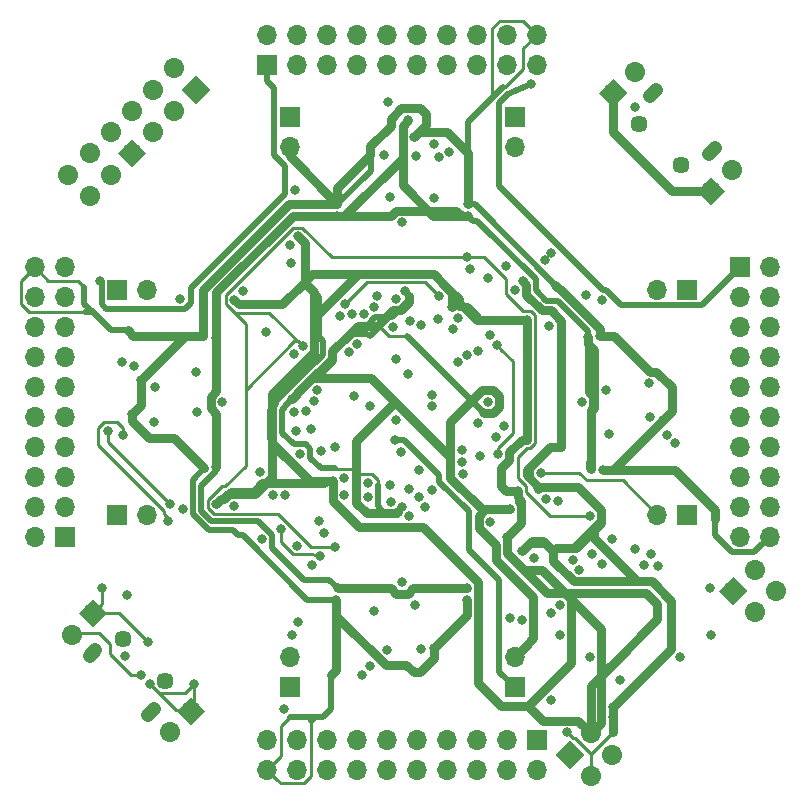
<source format=gbr>
G04 #@! TF.GenerationSoftware,KiCad,Pcbnew,5.0.2-bee76a0~70~ubuntu16.04.1*
G04 #@! TF.CreationDate,2019-08-03T19:39:48+03:00*
G04 #@! TF.ProjectId,FreeEEG32-alpha1.5,46726565-4545-4473-9332-2d616c706861,rev?*
G04 #@! TF.SameCoordinates,Original*
G04 #@! TF.FileFunction,Copper,L2,Inr*
G04 #@! TF.FilePolarity,Positive*
%FSLAX46Y46*%
G04 Gerber Fmt 4.6, Leading zero omitted, Abs format (unit mm)*
G04 Created by KiCad (PCBNEW 5.0.2-bee76a0~70~ubuntu16.04.1) date Сб 03 авг 2019 19:39:48*
%MOMM*%
%LPD*%
G01*
G04 APERTURE LIST*
G04 #@! TA.AperFunction,ViaPad*
%ADD10C,1.700000*%
G04 #@! TD*
G04 #@! TA.AperFunction,Conductor*
%ADD11C,1.700000*%
G04 #@! TD*
G04 #@! TA.AperFunction,Conductor*
%ADD12C,0.100000*%
G04 #@! TD*
G04 #@! TA.AperFunction,ViaPad*
%ADD13C,1.200000*%
G04 #@! TD*
G04 #@! TA.AperFunction,Conductor*
%ADD14C,1.200000*%
G04 #@! TD*
G04 #@! TA.AperFunction,ViaPad*
%ADD15C,1.450000*%
G04 #@! TD*
G04 #@! TA.AperFunction,ViaPad*
%ADD16R,1.700000X1.700000*%
G04 #@! TD*
G04 #@! TA.AperFunction,ViaPad*
%ADD17O,1.700000X1.700000*%
G04 #@! TD*
G04 #@! TA.AperFunction,ViaPad*
%ADD18C,0.800000*%
G04 #@! TD*
G04 #@! TA.AperFunction,Conductor*
%ADD19C,0.250000*%
G04 #@! TD*
G04 #@! TA.AperFunction,Conductor*
%ADD20C,0.500000*%
G04 #@! TD*
G04 #@! TA.AperFunction,Conductor*
%ADD21C,0.750000*%
G04 #@! TD*
G04 APERTURE END LIST*
D10*
G04 #@! TO.N,ISO_SPI_2_GND1*
G04 #@! TO.C,J57*
X121751846Y-80732102D03*
D11*
X121751846Y-80732102D02*
X121751846Y-80732102D01*
D10*
G04 #@! TO.N,ISO_SPI_1_VCC1*
X123547898Y-82528153D03*
D11*
X123547898Y-82528153D02*
X123547898Y-82528153D01*
D10*
G04 #@! TO.N,ISO_SPI_4_INB*
X123547898Y-78936051D03*
D11*
X123547898Y-78936051D02*
X123547898Y-78936051D01*
D10*
G04 #@! TO.N,ISO_SPI_3_INA*
X125343949Y-80732102D03*
D11*
X125343949Y-80732102D02*
X125343949Y-80732102D01*
D10*
G04 #@! TO.N,ISO_SPI_6_OUTD*
X125343949Y-77140000D03*
D11*
X125343949Y-77140000D02*
X125343949Y-77140000D01*
D10*
G04 #@! TO.N,ISO_SPI_5_INC*
X127140000Y-78936051D03*
D12*
G36*
X125937918Y-78936051D02*
X127140000Y-77733969D01*
X128342082Y-78936051D01*
X127140000Y-80138133D01*
X125937918Y-78936051D01*
X125937918Y-78936051D01*
G37*
G04 #@! TD*
D10*
G04 #@! TO.N,MCU_25_NRST*
G04 #@! TO.C,J82*
X181641051Y-115983949D03*
D11*
X181641051Y-115983949D02*
X181641051Y-115983949D01*
D10*
G04 #@! TO.N,MCU_48_PB2_BOOT1*
X179845000Y-114187898D03*
D11*
X179845000Y-114187898D02*
X179845000Y-114187898D01*
D10*
G04 #@! TO.N,MCU_105_PA13_SYS_JTMS-SWDIO*
X179845000Y-117780000D03*
D11*
X179845000Y-117780000D02*
X179845000Y-117780000D01*
D10*
G04 #@! TO.N,MCU_109_PA14_SYS_JTCK-SWCLK*
X178048949Y-115983949D03*
D12*
G36*
X179251031Y-115983949D02*
X178048949Y-117186031D01*
X176846867Y-115983949D01*
X178048949Y-114781867D01*
X179251031Y-115983949D01*
X179251031Y-115983949D01*
G37*
G04 #@! TD*
D10*
G04 #@! TO.N,ISO_USB_2_GND1*
G04 #@! TO.C,J63*
X130315000Y-127940000D03*
D11*
X130315000Y-127940000D02*
X130315000Y-127940000D01*
D10*
G04 #@! TO.N,ISO_USB_1_VBUS1*
X132111051Y-126143949D03*
D12*
G36*
X132111051Y-127346031D02*
X130908969Y-126143949D01*
X132111051Y-124941867D01*
X133313133Y-126143949D01*
X132111051Y-127346031D01*
X132111051Y-127346031D01*
G37*
G04 #@! TD*
D10*
G04 #@! TO.N,ISO_USB_6_UD\2013*
G04 #@! TO.C,J64*
X122060000Y-119685000D03*
D11*
X122060000Y-119685000D02*
X122060000Y-119685000D01*
D10*
G04 #@! TO.N,ISO_USB_7_UD+*
X123856051Y-117888949D03*
D12*
G36*
X123856051Y-119091031D02*
X122653969Y-117888949D01*
X123856051Y-116686867D01*
X125058133Y-117888949D01*
X123856051Y-119091031D01*
X123856051Y-119091031D01*
G37*
G04 #@! TD*
D10*
G04 #@! TO.N,POWER_2_VCC*
G04 #@! TO.C,J62*
X176143949Y-82111051D03*
D12*
G36*
X176143949Y-80908969D02*
X177346031Y-82111051D01*
X176143949Y-83313133D01*
X174941867Y-82111051D01*
X176143949Y-80908969D01*
X176143949Y-80908969D01*
G37*
D10*
G04 #@! TO.N,POWER_1_GND*
X177940000Y-80315000D03*
D11*
X177940000Y-80315000D02*
X177940000Y-80315000D01*
G04 #@! TD*
D10*
G04 #@! TO.N,POWER_1_GND*
G04 #@! TO.C,J61*
X169685000Y-72060000D03*
D11*
X169685000Y-72060000D02*
X169685000Y-72060000D01*
D10*
G04 #@! TO.N,POWER_2_VCC*
X167888949Y-73856051D03*
D12*
G36*
X167888949Y-72653969D02*
X169091031Y-73856051D01*
X167888949Y-75058133D01*
X166686867Y-73856051D01*
X167888949Y-72653969D01*
X167888949Y-72653969D01*
G37*
G04 #@! TD*
D10*
G04 #@! TO.N,ISO_UART_6_OUTD*
G04 #@! TO.C,J58*
X127140000Y-75343949D03*
D11*
X127140000Y-75343949D02*
X127140000Y-75343949D01*
D10*
G04 #@! TO.N,ISO_UART_5_OUTC*
X128936052Y-77140000D03*
D11*
X128936052Y-77140000D02*
X128936052Y-77140000D01*
D10*
G04 #@! TO.N,ISO_UART_4_INB*
X128936052Y-73547898D03*
D11*
X128936052Y-73547898D02*
X128936052Y-73547898D01*
D10*
G04 #@! TO.N,ISO_UART_3_INA*
X130732103Y-75343949D03*
D11*
X130732103Y-75343949D02*
X130732103Y-75343949D01*
D10*
G04 #@! TO.N,ISO_UART_2_GND1*
X130732103Y-71751847D03*
D11*
X130732103Y-71751847D02*
X130732103Y-71751847D01*
D10*
G04 #@! TO.N,ISO_UART_1_VCC1*
X132528154Y-73547898D03*
D12*
G36*
X131326072Y-73547898D02*
X132528154Y-72345816D01*
X133730236Y-73547898D01*
X132528154Y-74749980D01*
X131326072Y-73547898D01*
X131326072Y-73547898D01*
G37*
G04 #@! TD*
D13*
G04 #@! TO.N,/USB_DATA/6_Shield*
G04 #@! TO.C,J51*
X123790082Y-121260171D03*
D14*
X123542595Y-121507658D02*
X124037569Y-121012684D01*
D13*
X128739829Y-126209918D03*
D14*
X128987316Y-125962431D02*
X128492342Y-126457405D01*
D15*
X126406377Y-120058089D03*
X129941911Y-123593623D03*
G04 #@! TD*
D13*
G04 #@! TO.N,/USB_POWER/6_Shield*
G04 #@! TO.C,J37*
X171260171Y-73808826D03*
D14*
X171012684Y-74056313D02*
X171507658Y-73561339D01*
D13*
X176209918Y-78758573D03*
D14*
X176457405Y-78511086D02*
X175962431Y-79006060D01*
D15*
X170058089Y-76425121D03*
X173593623Y-79960655D03*
G04 #@! TD*
D16*
G04 #@! TO.N,AINREF-*
G04 #@! TO.C,J53*
X178575000Y-88570000D03*
D17*
G04 #@! TO.N,/ADC1/57_VCM*
X181115000Y-88570000D03*
G04 #@! TO.N,/ADC1/11_AIN3-*
X178575000Y-91110000D03*
G04 #@! TO.N,/ADC1/12_AIN3+*
X181115000Y-91110000D03*
G04 #@! TO.N,/ADC1/9_AIN2-*
X178575000Y-93650000D03*
G04 #@! TO.N,/ADC1/10_AIN2+*
X181115000Y-93650000D03*
G04 #@! TO.N,/ADC1/3_AIN1-*
X178575000Y-96190000D03*
G04 #@! TO.N,/ADC1/4_AIN1+*
X181115000Y-96190000D03*
G04 #@! TO.N,/ADC1/1_AIN0-*
X178575000Y-98730000D03*
G04 #@! TO.N,/ADC1/2_AIN0+*
X181115000Y-98730000D03*
G04 #@! TO.N,/ADC1/48_AIN4-*
X178575000Y-101270000D03*
G04 #@! TO.N,/ADC1/47_AIN4+*
X181115000Y-101270000D03*
G04 #@! TO.N,/ADC1/46_AIN5-*
X178575000Y-103810000D03*
G04 #@! TO.N,/ADC1/45_AIN5+*
X181115000Y-103810000D03*
G04 #@! TO.N,/ADC1/40_AIN6-*
X178575000Y-106350000D03*
G04 #@! TO.N,/ADC1/39_AIN6+*
X181115000Y-106350000D03*
G04 #@! TO.N,/ADC1/38_AIN7-*
X178575000Y-108890000D03*
G04 #@! TO.N,/ADC1/37_AIN7+*
X181115000Y-108890000D03*
G04 #@! TO.N,ACC_6_GND*
X178575000Y-111430000D03*
G04 #@! TO.N,ADC1_43_AVDD1B*
X181115000Y-111430000D03*
G04 #@! TD*
G04 #@! TO.N,ADC1_43_AVDD1B*
G04 #@! TO.C,J54*
X138570000Y-131115000D03*
G04 #@! TO.N,ACC_6_GND*
X138570000Y-128575000D03*
G04 #@! TO.N,/ADC2/37_AIN7+*
X141110000Y-131115000D03*
G04 #@! TO.N,/ADC2/38_AIN7-*
X141110000Y-128575000D03*
G04 #@! TO.N,/ADC2/39_AIN6+*
X143650000Y-131115000D03*
G04 #@! TO.N,/ADC2/40_AIN6-*
X143650000Y-128575000D03*
G04 #@! TO.N,/ADC2/45_AIN5+*
X146190000Y-131115000D03*
G04 #@! TO.N,/ADC2/46_AIN5-*
X146190000Y-128575000D03*
G04 #@! TO.N,/ADC2/47_AIN4+*
X148730000Y-131115000D03*
G04 #@! TO.N,/ADC2/48_AIN4-*
X148730000Y-128575000D03*
G04 #@! TO.N,/ADC2/2_AIN0+*
X151270000Y-131115000D03*
G04 #@! TO.N,/ADC2/1_AIN0-*
X151270000Y-128575000D03*
G04 #@! TO.N,/ADC2/4_AIN1+*
X153810000Y-131115000D03*
G04 #@! TO.N,/ADC2/3_AIN1-*
X153810000Y-128575000D03*
G04 #@! TO.N,/ADC2/10_AIN2+*
X156350000Y-131115000D03*
G04 #@! TO.N,/ADC2/9_AIN2-*
X156350000Y-128575000D03*
G04 #@! TO.N,/ADC2/12_AIN3+*
X158890000Y-131115000D03*
G04 #@! TO.N,/ADC2/11_AIN3-*
X158890000Y-128575000D03*
G04 #@! TO.N,/ADC2/57_VCM*
X161430000Y-131115000D03*
D16*
G04 #@! TO.N,AINREF-*
X161430000Y-128575000D03*
G04 #@! TD*
G04 #@! TO.N,AINREF-*
G04 #@! TO.C,J55*
X121425000Y-111430000D03*
D17*
G04 #@! TO.N,/ADC3/57_VCM*
X118885000Y-111430000D03*
G04 #@! TO.N,/ADC3/11_AIN3-*
X121425000Y-108890000D03*
G04 #@! TO.N,/ADC3/12_AIN3+*
X118885000Y-108890000D03*
G04 #@! TO.N,/ADC3/9_AIN2-*
X121425000Y-106350000D03*
G04 #@! TO.N,/ADC3/10_AIN2+*
X118885000Y-106350000D03*
G04 #@! TO.N,/ADC3/3_AIN1-*
X121425000Y-103810000D03*
G04 #@! TO.N,/ADC3/4_AIN1+*
X118885000Y-103810000D03*
G04 #@! TO.N,/ADC3/1_AIN0-*
X121425000Y-101270000D03*
G04 #@! TO.N,/ADC3/2_AIN0+*
X118885000Y-101270000D03*
G04 #@! TO.N,/ADC3/48_AIN4-*
X121425000Y-98730000D03*
G04 #@! TO.N,/ADC3/47_AIN4+*
X118885000Y-98730000D03*
G04 #@! TO.N,/ADC3/46_AIN5-*
X121425000Y-96190000D03*
G04 #@! TO.N,/ADC3/45_AIN5+*
X118885000Y-96190000D03*
G04 #@! TO.N,/ADC3/40_AIN6-*
X121425000Y-93650000D03*
G04 #@! TO.N,/ADC3/39_AIN6+*
X118885000Y-93650000D03*
G04 #@! TO.N,/ADC3/38_AIN7-*
X121425000Y-91110000D03*
G04 #@! TO.N,/ADC3/37_AIN7+*
X118885000Y-91110000D03*
G04 #@! TO.N,ACC_6_GND*
X121425000Y-88570000D03*
G04 #@! TO.N,ADC1_43_AVDD1B*
X118885000Y-88570000D03*
G04 #@! TD*
G04 #@! TO.N,ADC1_43_AVDD1B*
G04 #@! TO.C,J56*
X161430000Y-68885000D03*
G04 #@! TO.N,ACC_6_GND*
X161430000Y-71425000D03*
G04 #@! TO.N,/ADC4/37_AIN7+*
X158890000Y-68885000D03*
G04 #@! TO.N,/ADC4/38_AIN7-*
X158890000Y-71425000D03*
G04 #@! TO.N,/ADC4/39_AIN6+*
X156350000Y-68885000D03*
G04 #@! TO.N,/ADC4/40_AIN6-*
X156350000Y-71425000D03*
G04 #@! TO.N,/ADC4/45_AIN5+*
X153810000Y-68885000D03*
G04 #@! TO.N,/ADC4/46_AIN5-*
X153810000Y-71425000D03*
G04 #@! TO.N,/ADC4/47_AIN4+*
X151270000Y-68885000D03*
G04 #@! TO.N,/ADC4/48_AIN4-*
X151270000Y-71425000D03*
G04 #@! TO.N,ADC4_AIN0+*
X148730000Y-68885000D03*
G04 #@! TO.N,ADC4_AIN0-*
X148730000Y-71425000D03*
G04 #@! TO.N,ADC4_AIN1+*
X146190000Y-68885000D03*
G04 #@! TO.N,ADC4_AIN1-*
X146190000Y-71425000D03*
G04 #@! TO.N,ADC4_AIN2+*
X143650000Y-68885000D03*
G04 #@! TO.N,ADC4_AIN2-*
X143650000Y-71425000D03*
G04 #@! TO.N,ADC4_AIN3+*
X141110000Y-68885000D03*
G04 #@! TO.N,ADC4_AIN3-*
X141110000Y-71425000D03*
G04 #@! TO.N,/ADC4/57_VCM*
X138570000Y-68885000D03*
D16*
G04 #@! TO.N,AINREF-*
X138570000Y-71425000D03*
G04 #@! TD*
D17*
G04 #@! TO.N,ADC1_34_SYNC_OUT*
G04 #@! TO.C,J65*
X171590000Y-109525000D03*
D16*
G04 #@! TO.N,ADC1_35_SYNC_IN*
X174130000Y-109525000D03*
G04 #@! TD*
D17*
G04 #@! TO.N,ADC1_14_MODE1_GPIO1*
G04 #@! TO.C,J69*
X171590000Y-90475000D03*
D16*
G04 #@! TO.N,ADC1_13_MODE0_GPIO0*
X174130000Y-90475000D03*
G04 #@! TD*
G04 #@! TO.N,ADC1_32_XTAL2_MCLK*
G04 #@! TO.C,J73*
X125870000Y-90475000D03*
D17*
G04 #@! TO.N,CRYSTAL_3_OUT*
X128410000Y-90475000D03*
G04 #@! TD*
D16*
G04 #@! TO.N,MCU_11_PF1_I2C2_SCL*
G04 #@! TO.C,J78*
X140475000Y-124130000D03*
D17*
G04 #@! TO.N,MCU_10_PF0_I2C2_SDA*
X140475000Y-121590000D03*
G04 #@! TD*
G04 #@! TO.N,ADC1_41_REF2+*
G04 #@! TO.C,J79*
X128410000Y-109525000D03*
D16*
G04 #@! TO.N,ACC_6_GND*
X125870000Y-109525000D03*
G04 #@! TD*
G04 #@! TO.N,CRYSTAL_4_Vin*
G04 #@! TO.C,J80*
X159525000Y-124130000D03*
D17*
G04 #@! TO.N,ADC1_24_IOVDD*
X159525000Y-121590000D03*
G04 #@! TD*
G04 #@! TO.N,AVDD_1_IN*
G04 #@! TO.C,J81*
X159525000Y-78410000D03*
D16*
G04 #@! TO.N,ACC_6_GND*
X159525000Y-75870000D03*
G04 #@! TD*
D10*
G04 #@! TO.N,MCU_138_BOOT0*
G04 #@! TO.C,J83*
X164187898Y-129845000D03*
D12*
G36*
X165389980Y-129845000D02*
X164187898Y-131047082D01*
X162985816Y-129845000D01*
X164187898Y-128642918D01*
X165389980Y-129845000D01*
X165389980Y-129845000D01*
G37*
D10*
G04 #@! TO.N,AVDD_1_IN*
X165983949Y-131641051D03*
D11*
X165983949Y-131641051D02*
X165983949Y-131641051D01*
D10*
G04 #@! TO.N,ACC_5_VDDIO*
X165983949Y-128048949D03*
D11*
X165983949Y-128048949D02*
X165983949Y-128048949D01*
D10*
G04 #@! TO.N,ACC_6_GND*
X167780000Y-129845000D03*
D11*
X167780000Y-129845000D02*
X167780000Y-129845000D01*
G04 #@! TD*
D16*
G04 #@! TO.N,ACC_5_VDDIO*
G04 #@! TO.C,J85*
X140475000Y-75870000D03*
D17*
G04 #@! TO.N,ADC1_43_AVDD1B*
X140475000Y-78410000D03*
G04 #@! TD*
D18*
G04 #@! TO.N,/ADC1/49_REF_OUT*
X173145648Y-103467570D03*
G04 #@! TO.N,/ADC1/51_AREG2CAP*
X172447055Y-102752049D03*
G04 #@! TO.N,/ADC1/59_AREG1CAP*
X170951758Y-98413305D03*
G04 #@! TO.N,/ADC2/49_REF_OUT*
X146608676Y-123076324D03*
G04 #@! TO.N,/ADC2/51_AREG2CAP*
X147315784Y-122369216D03*
G04 #@! TO.N,/ADC2/59_AREG1CAP*
X151606504Y-120884463D03*
G04 #@! TO.N,/ADC3/49_REF_OUT*
X126251000Y-96571000D03*
G04 #@! TO.N,/ADC3/51_AREG2CAP*
X127267000Y-96975000D03*
G04 #@! TO.N,/ADC3/59_AREG1CAP*
X128981177Y-101696852D03*
G04 #@! TO.N,/ADC4/49_REF_OUT*
X154017993Y-78810655D03*
G04 #@! TO.N,/ADC4/51_AREG2CAP*
X153111499Y-79232878D03*
G04 #@! TO.N,/ADC4/59_AREG1CAP*
X148476000Y-79070400D03*
G04 #@! TO.N,/MCU/23_PH0*
X138139364Y-111634364D03*
G04 #@! TO.N,/MCU/24_PH1*
X140100266Y-107867734D03*
G04 #@! TO.N,/MCU/9_PC15*
X139745069Y-110788165D03*
X143057880Y-113040160D03*
G04 #@! TO.N,/MCU/8_PC14*
X142341600Y-113794540D03*
G04 #@! TO.N,ADC1_24_IOVDD*
X150230253Y-90594112D03*
X129045000Y-98730000D03*
X148730000Y-120955000D03*
X170955000Y-101270000D03*
X140708065Y-99716509D03*
X149956811Y-108857101D03*
X151145941Y-79184400D03*
X151145941Y-79184400D03*
X159113481Y-109078127D03*
X156936535Y-100930138D03*
G04 #@! TO.N,ADC1_23_DREGCAP*
X157262981Y-99953179D03*
G04 #@! TO.N,ADC1_41_REF2+*
X155602986Y-84243930D03*
X144515465Y-84267285D03*
X155461000Y-115715000D03*
X144539000Y-115715000D03*
X165732712Y-94515459D03*
X134285000Y-94539000D03*
X134285000Y-105461000D03*
X150547000Y-76103095D03*
X165993871Y-105649322D03*
G04 #@! TO.N,ADC1_43_AVDD1B*
X155585977Y-83244073D03*
X144528898Y-83252738D03*
X155477258Y-116744469D03*
X144451125Y-116740316D03*
X166736815Y-94375417D03*
X133140429Y-94394151D03*
X133243872Y-105604881D03*
X128559332Y-103024380D03*
X170961944Y-97413355D03*
X127902000Y-98095000D03*
X148603000Y-122225000D03*
X172098000Y-101524000D03*
X172860000Y-98730000D03*
X149025000Y-76595000D03*
X127140000Y-100975000D03*
X150975000Y-122860000D03*
X163044473Y-90130527D03*
X151997001Y-75604998D03*
X147307641Y-79107419D03*
X151016215Y-77542892D03*
X152705036Y-120814200D03*
X166986598Y-105769723D03*
G04 #@! TO.N,ADC2_23_DREGCAP*
X150599946Y-109638757D03*
G04 #@! TO.N,ADC3_23_DREGCAP*
X140856000Y-100798999D03*
G04 #@! TO.N,ADC4_23_DREGCAP*
X149466048Y-91239089D03*
G04 #@! TO.N,AVDD_1_IN*
X160160000Y-112573000D03*
X160214210Y-89764408D03*
X163970000Y-127940000D03*
X167831900Y-126670000D03*
X167831900Y-125810098D03*
G04 #@! TO.N,ACC_6_GND*
X134760000Y-100000000D03*
X150000000Y-84760000D03*
X165240000Y-100000000D03*
X150000000Y-115240000D03*
X159525000Y-90488972D03*
X162065000Y-87948972D03*
X140475000Y-86665000D03*
X173495000Y-121590000D03*
X159144000Y-118288000D03*
X157464399Y-110120683D03*
X152686149Y-78131841D03*
X148984000Y-82601000D03*
X151120000Y-117145000D03*
X155752025Y-88691718D03*
X162621847Y-87392125D03*
X148806200Y-74600000D03*
X152667000Y-82705000D03*
X161201400Y-113208000D03*
X132601000Y-100866000D03*
X132519869Y-97460000D03*
X167272000Y-99007000D03*
X167559266Y-102719125D03*
X147610000Y-117680894D03*
X137975092Y-105914500D03*
X131439542Y-109093000D03*
X136505990Y-90555656D03*
X141135123Y-112166877D03*
X168415000Y-123495000D03*
X140602000Y-88189000D03*
X150508000Y-97587000D03*
G04 #@! TO.N,ACC_5_VDDIO*
X141182108Y-85957892D03*
X158890000Y-111430000D03*
X144121000Y-106713931D03*
X171618291Y-117116709D03*
X167604054Y-122400946D03*
X160541000Y-93015000D03*
X159813492Y-107493000D03*
X134289564Y-108625070D03*
X135798473Y-91332221D03*
X142144999Y-90239999D03*
X154266178Y-91964402D03*
G04 #@! TO.N,ISO_USB_2_GND1*
X126526548Y-121512517D03*
X126708200Y-116306800D03*
G04 #@! TO.N,ISO_USB_1_VBUS1*
X128642913Y-123854840D03*
X132407660Y-123837700D03*
G04 #@! TO.N,ISO_USB_7_UD+*
X128475740Y-120299480D03*
X124607899Y-115710685D03*
G04 #@! TO.N,ISO_USB_6_UD\2013*
X127866542Y-123144598D03*
G04 #@! TO.N,ADC1_36_RESET*
X162163440Y-108181232D03*
G04 #@! TO.N,ADC1_34_SYNC_OUT*
X161763833Y-106000927D03*
G04 #@! TO.N,ADC1_33_START*
X163208000Y-108382000D03*
X167805981Y-111594000D03*
X166124347Y-112831653D03*
G04 #@! TO.N,ADC1_32_XTAL2_MCLK*
X155188206Y-106065011D03*
X150616130Y-107376304D03*
X131204000Y-91237000D03*
G04 #@! TO.N,ADC1_30_DRDY*
X158117064Y-104434064D03*
X158001000Y-95174000D03*
G04 #@! TO.N,ADC1_29_DCLK*
X156393030Y-101778000D03*
X156393030Y-101778000D03*
G04 #@! TO.N,ADC1_28_DOUT0*
X157959011Y-102958000D03*
G04 #@! TO.N,ADC1_27_DOUT1*
X158631347Y-102027347D03*
G04 #@! TO.N,ADC1_21_DCLK0_SDO*
X156620849Y-104555151D03*
G04 #@! TO.N,ADC1_20_DCLK1_SDI*
X155043000Y-105075609D03*
G04 #@! TO.N,ADC1_19_DCLK2_SCLK*
X155043000Y-104075606D03*
G04 #@! TO.N,ADC1_18_ALERT_CS*
X157482767Y-94285000D03*
G04 #@! TO.N,ADC2_36_RESET*
X145079737Y-106429633D03*
G04 #@! TO.N,ADC2_33_START*
X145096000Y-107871520D03*
G04 #@! TO.N,ADC2_30_DRDY*
X147079001Y-108036728D03*
G04 #@! TO.N,ADC2_29_DCLK*
X147079001Y-106832400D03*
G04 #@! TO.N,ADC2_28_DOUT0*
X148984000Y-106985000D03*
G04 #@! TO.N,ADC2_27_DOUT1*
X149050261Y-108435001D03*
G04 #@! TO.N,ADC2_21_DCLK0_SDO*
X151397000Y-108001000D03*
G04 #@! TO.N,ADC2_20_DCLK1_SDI*
X151927248Y-108867752D03*
G04 #@! TO.N,ADC2_19_DCLK2_SCLK*
X152563058Y-107403000D03*
G04 #@! TO.N,ADC2_18_ALERT_CS*
X151397000Y-105715000D03*
G04 #@! TO.N,ADC3_36_RESET*
X138467564Y-94074990D03*
G04 #@! TO.N,ADC3_33_START*
X140868430Y-95962205D03*
G04 #@! TO.N,ADC3_30_DRDY*
X141350036Y-104427995D03*
G04 #@! TO.N,ADC3_29_DCLK*
X144285000Y-103810000D03*
G04 #@! TO.N,ADC3_28_DOUT0*
X143097435Y-104149011D03*
G04 #@! TO.N,ADC3_27_DOUT1*
X141909000Y-100740854D03*
X149891130Y-104191000D03*
X149492000Y-101524000D03*
G04 #@! TO.N,ADC3_21_DCLK0_SDO*
X142253000Y-102249000D03*
G04 #@! TO.N,ADC3_20_DCLK1_SDI*
X140983000Y-102475000D03*
G04 #@! TO.N,ADC3_19_DCLK2_SCLK*
X142585512Y-99947158D03*
G04 #@! TO.N,ADC3_18_ALERT_CS*
X142819847Y-98975000D03*
G04 #@! TO.N,ADC4_36_RESET*
X154313236Y-93787349D03*
G04 #@! TO.N,ADC4_33_START*
X154731397Y-92878974D03*
G04 #@! TO.N,ADC4_30_DRDY*
X153091029Y-91041243D03*
X145165225Y-91726780D03*
G04 #@! TO.N,ADC4_29_DCLK*
X144758181Y-92670386D03*
X153076486Y-92925791D03*
G04 #@! TO.N,ADC4_28_DOUT0*
X151626250Y-93491705D03*
G04 #@! TO.N,ADC4_27_DOUT1*
X150703436Y-93106456D03*
G04 #@! TO.N,ADC4_21_DCLK0_SDO*
X147841000Y-90983000D03*
G04 #@! TO.N,ADC4_20_DCLK1_SDI*
X147619801Y-91958229D03*
G04 #@! TO.N,ADC4_19_DCLK2_SCLK*
X146749418Y-92544000D03*
G04 #@! TO.N,ADC4_18_ALERT_CS*
X145749433Y-92538386D03*
G04 #@! TO.N,MCU_138_BOOT0*
X165875000Y-121601770D03*
G04 #@! TO.N,ISO_UART_13_OUTB*
X149492000Y-96317000D03*
G04 #@! TO.N,ISO_UART_11_IND*
X145471669Y-95758706D03*
G04 #@! TO.N,ISO_UART_14_OUTA*
X149255368Y-93667367D03*
G04 #@! TO.N,ISO_UART_12_INC*
X146190000Y-95063001D03*
G04 #@! TO.N,ISO_USB_10_DD+*
X152540000Y-99365000D03*
X145936000Y-99492000D03*
X135776000Y-108763000D03*
X157239000Y-89535200D03*
G04 #@! TO.N,ISO_USB_11_DD\2013*
X158841160Y-88521160D03*
X147264415Y-100316121D03*
X152540000Y-100365003D03*
X139099426Y-107843269D03*
G04 #@! TO.N,MCU_25_NRST*
X176153812Y-119752918D03*
G04 #@! TO.N,ACC_9_INT2*
X160133952Y-118429421D03*
G04 #@! TO.N,ACC_4_INT1*
X163335000Y-119685000D03*
G04 #@! TO.N,ACC_13_SCL*
X163335000Y-117145000D03*
G04 #@! TO.N,ACC_14_SDA*
X162627892Y-117870000D03*
G04 #@! TO.N,POWER_1_GND*
X169685000Y-74979040D03*
G04 #@! TO.N,POWER_2_VCC*
X170345400Y-79603800D03*
G04 #@! TO.N,AINREF-*
X124419998Y-89790997D03*
X139980180Y-125973881D03*
X160903920Y-73037700D03*
G04 #@! TO.N,ADC1_13_MODE0_GPIO0*
X140944600Y-82016600D03*
X165576583Y-90924922D03*
X130315000Y-108625070D03*
X125075990Y-102413000D03*
X141174312Y-118615618D03*
X162576291Y-125192571D03*
G04 #@! TO.N,ADC1_35_SYNC_IN*
X155461000Y-87735000D03*
X165875000Y-109615000D03*
X141586034Y-95265751D03*
X144345727Y-112265000D03*
G04 #@! TO.N,MCU_112_PC11_SDMMC1_D3*
X166891000Y-113695998D03*
X169705990Y-112446000D03*
G04 #@! TO.N,MCU_111_PC10_SDMMC1_D2*
X164999627Y-114210373D03*
X171082000Y-112827000D03*
G04 #@! TO.N,MCU_105_PA13_SYS_JTMS-SWDIO*
X166891000Y-91364000D03*
X162483113Y-93574948D03*
G04 #@! TO.N,MCU_99_PC9_SDMMC1_D1*
X171663511Y-113896489D03*
X154699000Y-96608000D03*
G04 #@! TO.N,MCU_98_PC8_SDMMC1_D0*
X170515858Y-113774142D03*
X155512375Y-96026256D03*
G04 #@! TO.N,MCU_97_PC7_SDMMC1_DETECT*
X156437306Y-95646118D03*
X164478000Y-113335000D03*
G04 #@! TO.N,MCU_48_PB2_BOOT1*
X126414999Y-102794000D03*
X140699271Y-119685000D03*
X176035000Y-115748000D03*
X130153184Y-110054244D03*
G04 #@! TO.N,MCU_11_PF1_I2C2_SCL*
X142978145Y-110054776D03*
G04 #@! TO.N,MCU_10_PF0_I2C2_SDA*
X143399688Y-111112732D03*
G04 #@! TO.N,CRYSTAL_4_Vin*
X149365000Y-103175000D03*
G04 #@! TD*
D19*
G04 #@! TO.N,/MCU/9_PC15*
X139745069Y-111849825D02*
X139745069Y-111353850D01*
X139745069Y-111353850D02*
X139745069Y-110788165D01*
X142317878Y-112891878D02*
X140787122Y-112891878D01*
X140787122Y-112891878D02*
X139745069Y-111849825D01*
X143057880Y-113040160D02*
X142317878Y-112891878D01*
D20*
G04 #@! TO.N,ADC1_24_IOVDD*
X142299575Y-98124999D02*
X141108064Y-99316510D01*
X142655187Y-98124999D02*
X142299575Y-98124999D01*
X150630252Y-90994111D02*
X150630252Y-91368748D01*
X150630252Y-91368748D02*
X149619000Y-92380000D01*
X149619000Y-92380000D02*
X149284733Y-92380000D01*
X149284733Y-92380000D02*
X147252733Y-94412000D01*
X144225010Y-96555176D02*
X142655187Y-98124999D01*
X147252733Y-94412000D02*
X147053733Y-94213000D01*
X147053733Y-94213000D02*
X145627000Y-94213000D01*
X145627000Y-94213000D02*
X144225010Y-95614990D01*
X144225010Y-95614990D02*
X144225010Y-96555176D01*
D21*
X146290998Y-93519001D02*
X147960732Y-93519001D01*
X144094009Y-96392733D02*
X144094009Y-95715990D01*
X143002732Y-97484010D02*
X144094009Y-96392733D01*
X142867834Y-97484011D02*
X143002732Y-97484010D01*
X141108064Y-99243781D02*
X142867834Y-97484011D01*
D20*
X146338420Y-94213000D02*
X145596999Y-94213000D01*
X147734054Y-92817366D02*
X146338420Y-94213000D01*
X149145773Y-92817366D02*
X147734054Y-92817366D01*
X150630252Y-91332887D02*
X149145773Y-92817366D01*
X150630252Y-90994111D02*
X150630252Y-91332887D01*
D21*
X144094009Y-95715990D02*
X145575999Y-94234000D01*
X145575999Y-94234000D02*
X146290998Y-93519001D01*
D20*
X145575999Y-94234000D02*
X145596999Y-94213000D01*
D21*
X150630252Y-91517887D02*
X150630252Y-90994111D01*
X149934049Y-92214090D02*
X150630252Y-91517887D01*
X149265643Y-92214090D02*
X149934049Y-92214090D01*
D20*
X156536536Y-100530139D02*
X156936535Y-100930138D01*
X150230253Y-90594112D02*
X150630252Y-90994111D01*
D21*
X154067999Y-101705159D02*
X154067999Y-106387806D01*
X156794980Y-98978178D02*
X154067999Y-101705159D01*
X157730982Y-98978178D02*
X156794980Y-98978178D01*
X158237982Y-99485178D02*
X157730982Y-98978178D01*
X158237982Y-100421180D02*
X158237982Y-99485178D01*
X157729024Y-100930138D02*
X158237982Y-100421180D01*
X156936535Y-100930138D02*
X157729024Y-100930138D01*
X156758320Y-109078127D02*
X158547796Y-109078127D01*
X158547796Y-109078127D02*
X159113481Y-109078127D01*
X142351846Y-97999999D02*
X147411001Y-97999999D01*
X141108064Y-99243781D02*
X142351846Y-97999999D01*
X141108064Y-99316510D02*
X141108064Y-99243781D01*
X140708065Y-99716509D02*
X141108064Y-99316510D01*
X157063953Y-109078127D02*
X159113481Y-109078127D01*
X156758320Y-109078127D02*
X157063953Y-109078127D01*
X154067999Y-106387806D02*
X156758320Y-109078127D01*
X154067999Y-105153660D02*
X154067999Y-106387806D01*
X154067999Y-104656997D02*
X154067999Y-105153660D01*
X149413542Y-100002540D02*
X154067999Y-104656997D01*
X147411001Y-97999999D02*
X149413542Y-100002540D01*
X160374999Y-120740001D02*
X159525000Y-121590000D01*
X161108953Y-120006047D02*
X160374999Y-120740001D01*
X161108953Y-116534393D02*
X161108953Y-120006047D01*
X157939990Y-113365430D02*
X161108953Y-116534393D01*
X157063953Y-109078127D02*
X156489398Y-109652682D01*
X156489398Y-110652760D02*
X157939990Y-112103352D01*
X156489398Y-109652682D02*
X156489398Y-110652760D01*
X157939990Y-112103352D02*
X157939990Y-113365430D01*
D19*
X147929001Y-106609398D02*
X147427002Y-106107399D01*
D20*
X147929001Y-106985000D02*
X147929001Y-107620000D01*
D19*
X147427002Y-106107399D02*
X146432601Y-106107399D01*
X146029834Y-105704632D02*
X144410000Y-105704632D01*
X146432601Y-106107399D02*
X146029834Y-105704632D01*
D20*
X142247434Y-104693434D02*
X143133632Y-105579632D01*
X142247434Y-103931434D02*
X142247434Y-104693434D01*
X139840000Y-102590002D02*
X140827992Y-103577994D01*
X141893994Y-103577994D02*
X142247434Y-103931434D01*
X140055306Y-100444843D02*
X139840000Y-100660149D01*
X140827992Y-103577994D02*
X141893994Y-103577994D01*
X147929001Y-108824217D02*
X148566999Y-109462215D01*
X140055306Y-100369268D02*
X140055306Y-100444843D01*
X140708065Y-99716509D02*
X140055306Y-100369268D01*
X139840000Y-100660149D02*
X139840000Y-102590002D01*
X148566999Y-109462215D02*
X149351697Y-109462215D01*
X149351697Y-109462215D02*
X149556812Y-109257100D01*
X149956811Y-108857101D02*
X149556812Y-109257100D01*
X143133632Y-105579632D02*
X144285000Y-105579632D01*
D19*
X147929001Y-106985000D02*
X147929001Y-106609398D01*
X144410000Y-105704632D02*
X144285000Y-105579632D01*
D20*
X147929001Y-107620000D02*
X147929001Y-108824217D01*
D21*
X146104000Y-108504729D02*
X147009273Y-109410002D01*
X147009273Y-109410002D02*
X149518262Y-109410002D01*
X146104000Y-103312082D02*
X146104000Y-108504729D01*
X149518262Y-109410002D02*
X149624945Y-109303319D01*
X149413542Y-100002540D02*
X146104000Y-103312082D01*
D19*
X148222000Y-93707001D02*
X148222000Y-93257733D01*
X150418397Y-94412000D02*
X148926999Y-94412000D01*
D20*
X150418397Y-94412000D02*
X156536536Y-100530139D01*
D19*
X148926999Y-94412000D02*
X148222000Y-93707001D01*
D21*
X147960732Y-93519001D02*
X148222000Y-93257733D01*
X148222000Y-93257733D02*
X149265643Y-92214090D01*
D20*
G04 #@! TO.N,ADC1_41_REF2+*
X152820928Y-84243930D02*
X150090787Y-81513789D01*
X155602986Y-84243930D02*
X152820928Y-84243930D01*
X166090001Y-104839280D02*
X165859621Y-105069660D01*
X166090001Y-99591999D02*
X166090001Y-104839280D01*
X165859621Y-105069660D02*
X165859621Y-105635345D01*
X165732712Y-99234710D02*
X166090001Y-99591999D01*
X165732712Y-94515459D02*
X165732712Y-99234710D01*
X150090787Y-76559308D02*
X150090787Y-79299000D01*
X150547000Y-76103095D02*
X150090787Y-76559308D01*
X150090787Y-81513789D02*
X150090787Y-79299000D01*
X156002985Y-84643929D02*
X155602986Y-84243930D01*
X156351733Y-84643929D02*
X156002985Y-84643929D01*
X161328400Y-89620596D02*
X156351733Y-84643929D01*
X161328400Y-90525800D02*
X161328400Y-89620596D01*
X165732712Y-94515459D02*
X165732712Y-93948395D01*
X163199117Y-91414800D02*
X162217400Y-91414800D01*
X165732712Y-93948395D02*
X163199117Y-91414800D01*
X162217400Y-91414800D02*
X161328400Y-90525800D01*
D21*
X134285000Y-95104685D02*
X134285000Y-94539000D01*
X134285000Y-99031998D02*
X134285000Y-95104685D01*
X133784999Y-99531999D02*
X134285000Y-99031998D01*
X133784999Y-100468001D02*
X133784999Y-99531999D01*
X134285000Y-100968002D02*
X133784999Y-100468001D01*
X134285000Y-105461000D02*
X134285000Y-100968002D01*
X165732712Y-95081144D02*
X165732712Y-94515459D01*
X166215001Y-100468001D02*
X166215001Y-95563433D01*
X165993871Y-100689131D02*
X166215001Y-100468001D01*
X166215001Y-95563433D02*
X165732712Y-95081144D01*
X165993871Y-105649322D02*
X165993871Y-100689131D01*
X145104685Y-115715000D02*
X144539000Y-115715000D01*
X149031998Y-115715000D02*
X145104685Y-115715000D01*
X149531999Y-116215001D02*
X149031998Y-115715000D01*
X150468001Y-116215001D02*
X149531999Y-116215001D01*
X150968002Y-115715000D02*
X150468001Y-116215001D01*
X155461000Y-115715000D02*
X150968002Y-115715000D01*
X150041214Y-79307221D02*
X150041214Y-76608881D01*
X145081150Y-84267285D02*
X150041214Y-79307221D01*
X144515465Y-84267285D02*
X145081150Y-84267285D01*
X155037301Y-84243930D02*
X155602986Y-84243930D01*
X154578370Y-83784999D02*
X155037301Y-84243930D01*
X149531999Y-83784999D02*
X154578370Y-83784999D01*
X149049713Y-84267285D02*
X149531999Y-83784999D01*
X144515465Y-84267285D02*
X149049713Y-84267285D01*
X150147001Y-76503094D02*
X150547000Y-76103095D01*
X150041214Y-76608881D02*
X150147001Y-76503094D01*
X150041214Y-81649216D02*
X150041214Y-76608881D01*
X152635928Y-84243930D02*
X150041214Y-81649216D01*
X155602986Y-84243930D02*
X152635928Y-84243930D01*
D20*
X132989552Y-109211247D02*
X132989552Y-107117203D01*
X133841316Y-110063011D02*
X132989552Y-109211247D01*
X132989552Y-107117203D02*
X134285000Y-105821755D01*
X137838011Y-110063011D02*
X133841316Y-110063011D01*
X138989365Y-111214365D02*
X137838011Y-110063011D01*
X134285000Y-105821755D02*
X134285000Y-105461000D01*
X138989365Y-112345367D02*
X138989365Y-111214365D01*
X143846232Y-115022232D02*
X141666230Y-115022232D01*
X141666230Y-115022232D02*
X138989365Y-112345367D01*
X144539000Y-115715000D02*
X143846232Y-115022232D01*
D21*
X134285000Y-93973315D02*
X134285000Y-94539000D01*
X134285000Y-90722037D02*
X134285000Y-93973315D01*
X140739752Y-84267285D02*
X134285000Y-90722037D01*
X144515465Y-84267285D02*
X140739752Y-84267285D01*
D20*
G04 #@! TO.N,ADC1_43_AVDD1B*
X147372521Y-78247479D02*
X147372521Y-79068311D01*
X149025000Y-76595000D02*
X147372521Y-78247479D01*
X147372521Y-80409115D02*
X144528898Y-83252738D01*
X147372521Y-79068311D02*
X147372521Y-80409115D01*
X132289542Y-106559211D02*
X132289542Y-109501200D01*
X133243872Y-105604881D02*
X132289542Y-106559211D01*
D21*
X131602849Y-94394151D02*
X127902000Y-98095000D01*
X133140429Y-94394151D02*
X131602849Y-94394151D01*
X127902000Y-100213000D02*
X127140000Y-100975000D01*
X127902000Y-98095000D02*
X127902000Y-100213000D01*
X127140000Y-101605048D02*
X128559332Y-103024380D01*
X127140000Y-100975000D02*
X127140000Y-101605048D01*
X130663371Y-103024380D02*
X133243872Y-105604881D01*
X128559332Y-103024380D02*
X130663371Y-103024380D01*
X144528898Y-81886162D02*
X147307641Y-79107419D01*
X144528898Y-83252738D02*
X144528898Y-81886162D01*
X147307641Y-78312359D02*
X149025000Y-76595000D01*
X147307641Y-79107419D02*
X147307641Y-78312359D01*
X151597002Y-75204999D02*
X151997001Y-75604998D01*
X151520097Y-75128094D02*
X151597002Y-75204999D01*
X149025000Y-76029315D02*
X149926221Y-75128094D01*
X149926221Y-75128094D02*
X151520097Y-75128094D01*
X149025000Y-76595000D02*
X149025000Y-76029315D01*
X151997001Y-76562106D02*
X151016215Y-77542892D01*
X151997001Y-75604998D02*
X151997001Y-76562106D01*
X155585977Y-82678388D02*
X155585977Y-83244073D01*
X153793233Y-77142893D02*
X155585977Y-78935637D01*
X151416214Y-77142893D02*
X153793233Y-77142893D01*
X151016215Y-77542892D02*
X151416214Y-77142893D01*
X163044473Y-90130527D02*
X163503736Y-90589790D01*
X163444472Y-90530526D02*
X163044473Y-90130527D01*
X163481583Y-90530526D02*
X163444472Y-90530526D01*
X166736815Y-93785758D02*
X163481583Y-90530526D01*
X166736815Y-94375417D02*
X166736815Y-93785758D01*
X167924006Y-94375417D02*
X170961944Y-97413355D01*
X166736815Y-94375417D02*
X167924006Y-94375417D01*
X171543355Y-97413355D02*
X172860000Y-98730000D01*
X170961944Y-97413355D02*
X171543355Y-97413355D01*
X172860000Y-100762000D02*
X172098000Y-101524000D01*
X172860000Y-98730000D02*
X172860000Y-100762000D01*
X167852277Y-105769723D02*
X166986598Y-105769723D01*
X172098000Y-101524000D02*
X167852277Y-105769723D01*
X144451125Y-118073125D02*
X148603000Y-122225000D01*
X144451125Y-116740316D02*
X144451125Y-118073125D01*
X150340000Y-122225000D02*
X150975000Y-122860000D01*
X148603000Y-122225000D02*
X150340000Y-122225000D01*
X152705036Y-121379885D02*
X152705036Y-120814200D01*
X151540685Y-122860000D02*
X152705036Y-121695649D01*
X152705036Y-121695649D02*
X152705036Y-121379885D01*
X150975000Y-122860000D02*
X151540685Y-122860000D01*
X155477258Y-118041978D02*
X152705036Y-120814200D01*
X155477258Y-116744469D02*
X155477258Y-118041978D01*
X155585977Y-78935637D02*
X155585977Y-80060800D01*
X155585977Y-80060800D02*
X155585977Y-82678388D01*
X144451125Y-116740316D02*
X144451125Y-122693875D01*
X133140429Y-94394151D02*
X127249151Y-94394151D01*
X166986598Y-105769723D02*
X173109725Y-105769723D01*
D20*
X163044473Y-90130527D02*
X156158019Y-83244073D01*
X156158019Y-83244073D02*
X155585977Y-83244073D01*
X141987314Y-116740316D02*
X136538000Y-111291002D01*
X144451125Y-116740316D02*
X141987314Y-116740316D01*
X136538000Y-111291002D02*
X136145002Y-111291002D01*
X136145002Y-111291002D02*
X135682658Y-110828658D01*
X135682658Y-110828658D02*
X133617000Y-110828658D01*
X132289542Y-109501200D02*
X133617000Y-110828658D01*
X155585977Y-77299021D02*
X155585977Y-80060800D01*
D19*
X161430000Y-68885000D02*
X160254999Y-70060001D01*
X120060001Y-89745001D02*
X122600001Y-89745001D01*
X118885000Y-88570000D02*
X120060001Y-89745001D01*
X139745001Y-127399999D02*
X140494002Y-126650998D01*
X139745001Y-129939999D02*
X139745001Y-127399999D01*
X138570000Y-131115000D02*
X139745001Y-129939999D01*
D21*
X176465998Y-109125996D02*
X176465998Y-109908340D01*
X175734502Y-108394500D02*
X176465998Y-109125996D01*
X173109725Y-105769723D02*
X175734502Y-108394500D01*
D19*
X139419999Y-131964999D02*
X138570000Y-131115000D01*
X141674001Y-132290001D02*
X139745001Y-132290001D01*
X139745001Y-132290001D02*
X139419999Y-131964999D01*
X142285001Y-131679001D02*
X141674001Y-132290001D01*
X117709999Y-91674001D02*
X118385318Y-92349320D01*
X117709999Y-89745001D02*
X117709999Y-91674001D01*
X118885000Y-88570000D02*
X117709999Y-89745001D01*
D21*
X133140429Y-93828466D02*
X133140429Y-94394151D01*
X133140429Y-90523092D02*
X133140429Y-93828466D01*
X140410783Y-83252738D02*
X133140429Y-90523092D01*
X144528898Y-83252738D02*
X140410783Y-83252738D01*
X140475000Y-79198840D02*
X144528898Y-83252738D01*
X140475000Y-78410000D02*
X140475000Y-79198840D01*
D20*
X155585977Y-77299021D02*
X155585977Y-76272843D01*
D19*
X158266181Y-67709999D02*
X157617160Y-68359020D01*
X160254999Y-67709999D02*
X158266181Y-67709999D01*
D20*
X155585977Y-76272843D02*
X157617160Y-74241660D01*
D19*
X157617160Y-68359020D02*
X157617160Y-74241660D01*
X161430000Y-68885000D02*
X160254999Y-67709999D01*
D20*
X126776580Y-93921580D02*
X125359160Y-93921580D01*
D21*
X127249151Y-94394151D02*
X126776580Y-93921580D01*
D20*
X123101200Y-91663620D02*
X123101200Y-90246200D01*
D19*
X122600001Y-89745001D02*
X123101200Y-90246200D01*
D20*
X123786900Y-92349320D02*
X123802140Y-92364560D01*
X123136660Y-92349320D02*
X123786900Y-92349320D01*
D19*
X118385318Y-92349320D02*
X123136660Y-92349320D01*
D20*
X125359160Y-93921580D02*
X123802140Y-92364560D01*
X123802140Y-92364560D02*
X123101200Y-91663620D01*
X180265001Y-112279999D02*
X181115000Y-111430000D01*
X179814999Y-112730001D02*
X180265001Y-112279999D01*
X177950999Y-112730001D02*
X179814999Y-112730001D01*
X176465998Y-111245000D02*
X177950999Y-112730001D01*
X176465998Y-109908340D02*
X176465998Y-111245000D01*
X144000000Y-123145000D02*
X144000000Y-126000000D01*
D21*
X144451125Y-122693875D02*
X144000000Y-123145000D01*
D20*
X144000000Y-126000000D02*
X143349002Y-126650998D01*
X142634003Y-126650998D02*
X142285001Y-127000000D01*
X143000000Y-126650998D02*
X142634003Y-126650998D01*
X143000000Y-126650998D02*
X140494002Y-126650998D01*
D19*
X142285001Y-127000000D02*
X142285001Y-131679001D01*
D20*
X143349002Y-126650998D02*
X143000000Y-126650998D01*
D19*
X158734362Y-73319640D02*
X158539180Y-73319640D01*
X160254999Y-71645780D02*
X160254999Y-71799003D01*
X160254999Y-70060001D02*
X160254999Y-71645780D01*
X160254999Y-71799003D02*
X158734362Y-73319640D01*
D20*
X157617160Y-74241660D02*
X158539180Y-73319640D01*
D21*
G04 #@! TO.N,AVDD_1_IN*
X161008001Y-111724999D02*
X160559999Y-112173001D01*
X161898001Y-111724999D02*
X161008001Y-111724999D01*
X162772374Y-112599372D02*
X161898001Y-111724999D01*
X160500001Y-90911037D02*
X160500001Y-90050199D01*
X161828774Y-92239810D02*
X160500001Y-90911037D01*
X162590979Y-92239810D02*
X161828774Y-92239810D01*
X163458115Y-93106946D02*
X162590979Y-92239810D01*
X160500001Y-90050199D02*
X160214210Y-89764408D01*
D19*
X163458115Y-103810000D02*
X162573000Y-103810000D01*
D21*
X163458115Y-103810000D02*
X163458115Y-93106946D01*
D19*
X161038832Y-106348928D02*
X162146135Y-107456231D01*
X162146135Y-107456231D02*
X164568231Y-107456231D01*
X162573000Y-103810000D02*
X162192000Y-104191000D01*
X161038832Y-105344168D02*
X161038832Y-106348928D01*
X162192000Y-104191000D02*
X161038832Y-105344168D01*
X164390001Y-112173001D02*
X160559999Y-112173001D01*
X166600001Y-109963001D02*
X164390001Y-112173001D01*
X166600001Y-108599001D02*
X166600001Y-109963001D01*
X165457231Y-107456231D02*
X166600001Y-108599001D01*
X164568231Y-107456231D02*
X165457231Y-107456231D01*
D21*
X162511758Y-103810000D02*
X160541000Y-105780758D01*
X160541000Y-105780758D02*
X160541000Y-106157544D01*
X163458115Y-103810000D02*
X162511758Y-103810000D01*
D20*
X160541000Y-106157544D02*
X160541000Y-106334320D01*
X161537911Y-107331231D02*
X161776231Y-107331231D01*
X160541000Y-106334320D02*
X161537911Y-107331231D01*
D21*
X164909233Y-107206231D02*
X166850001Y-109146999D01*
X166850001Y-109146999D02*
X166850001Y-110200999D01*
X161662911Y-107206231D02*
X164909233Y-107206231D01*
X161537911Y-107331231D02*
X161662911Y-107206231D01*
X163011747Y-112359999D02*
X162772374Y-112599372D01*
X164691001Y-112359999D02*
X163011747Y-112359999D01*
X160559999Y-112173001D02*
X160160000Y-112573000D01*
X169921070Y-115185374D02*
X170066000Y-115185374D01*
X166256000Y-110795000D02*
X166256000Y-111520304D01*
X166256000Y-110795000D02*
X164691001Y-112359999D01*
X166256000Y-111520304D02*
X169921070Y-115185374D01*
X166850001Y-110200999D02*
X166256000Y-110795000D01*
X164531626Y-115185374D02*
X165748000Y-115185374D01*
X162772374Y-113426122D02*
X164531626Y-115185374D01*
X162772374Y-112599372D02*
X162772374Y-113426122D01*
X170066000Y-115185374D02*
X165748000Y-115185374D01*
X172769999Y-120871999D02*
X167831900Y-125810098D01*
X172769999Y-116825415D02*
X172769999Y-120871999D01*
X171129958Y-115185374D02*
X172769999Y-116825415D01*
X170066000Y-115185374D02*
X171129958Y-115185374D01*
D19*
X165983949Y-129787951D02*
X165983949Y-131641051D01*
X167831900Y-127940000D02*
X165983949Y-129787951D01*
D21*
X167831900Y-125810098D02*
X167831900Y-126670000D01*
X167831900Y-126670000D02*
X167831900Y-127940000D01*
D19*
X165983949Y-129787951D02*
X164605000Y-128409002D01*
X164439002Y-128409002D02*
X163970000Y-127940000D01*
X164605000Y-128409002D02*
X164439002Y-128409002D01*
D20*
G04 #@! TO.N,ACC_5_VDDIO*
X142377970Y-106713931D02*
X138824000Y-103159961D01*
X144121000Y-106713931D02*
X142377970Y-106713931D01*
X138824000Y-100686186D02*
X139355296Y-100154890D01*
X138824000Y-103159961D02*
X138824000Y-100686186D01*
X142661001Y-96659001D02*
X143269000Y-96051002D01*
X142507571Y-96659001D02*
X142661001Y-96659001D01*
X139355296Y-99811276D02*
X142507571Y-96659001D01*
X139355296Y-100154890D02*
X139355296Y-99811276D01*
X143269000Y-94793000D02*
X142978001Y-94502001D01*
X143269000Y-96051002D02*
X143269000Y-94793000D01*
X142978001Y-91073001D02*
X141745000Y-89840000D01*
X142978001Y-94502001D02*
X142978001Y-91073001D01*
X159963482Y-110356518D02*
X159289999Y-111030001D01*
X159963482Y-109271000D02*
X159963482Y-110356518D01*
X159963482Y-108670126D02*
X159963482Y-109271000D01*
X159813492Y-108520136D02*
X159963482Y-108670126D01*
X159813492Y-107493000D02*
X159813492Y-108520136D01*
X159289999Y-111030001D02*
X158890000Y-111430000D01*
D21*
X159813492Y-108058685D02*
X159813492Y-107493000D01*
X160088482Y-108333675D02*
X159813492Y-108058685D01*
X160088482Y-110231518D02*
X160088482Y-108333675D01*
X158890000Y-111430000D02*
X160088482Y-110231518D01*
X155175794Y-91880369D02*
X154838498Y-91880369D01*
X156310425Y-93015000D02*
X155175794Y-91880369D01*
X160541000Y-93015000D02*
X156310425Y-93015000D01*
X142144999Y-89440001D02*
X141745000Y-89840000D01*
X142415899Y-89169101D02*
X142144999Y-89440001D01*
X152692915Y-89169101D02*
X142415899Y-89169101D01*
X141745000Y-86520784D02*
X141182108Y-85957892D01*
X141745000Y-89840000D02*
X141745000Y-86520784D01*
X171618291Y-118386709D02*
X167604054Y-122400946D01*
X171618291Y-117116709D02*
X171618291Y-118386709D01*
X160541000Y-103175000D02*
X160541000Y-93015000D01*
X160160000Y-103175000D02*
X159092065Y-104242935D01*
X160541000Y-103175000D02*
X160160000Y-103175000D01*
X159092065Y-104902065D02*
X158382000Y-105612130D01*
X159092065Y-104242935D02*
X159092065Y-104902065D01*
X158382000Y-105612130D02*
X158382000Y-107112000D01*
X158763000Y-107493000D02*
X159813492Y-107493000D01*
X158382000Y-107112000D02*
X158763000Y-107493000D01*
X134689563Y-108225071D02*
X134890892Y-108225071D01*
X134890892Y-108225071D02*
X135495963Y-107620000D01*
X143400978Y-106868268D02*
X143555315Y-106713931D01*
X138184887Y-106868268D02*
X143400978Y-106868268D01*
X137433155Y-107620000D02*
X138184887Y-106868268D01*
X135495963Y-107620000D02*
X137433155Y-107620000D01*
X136198472Y-91732220D02*
X135798473Y-91332221D01*
X139852780Y-91732220D02*
X136198472Y-91732220D01*
X141745000Y-89840000D02*
X139852780Y-91732220D01*
X142561035Y-90656035D02*
X142561035Y-96420537D01*
X142144999Y-90239999D02*
X141745000Y-89840000D01*
X142561035Y-90656035D02*
X142144999Y-90239999D01*
X142561035Y-95733752D02*
X142561035Y-90656035D01*
X139014990Y-99279797D02*
X142561035Y-95733752D01*
X139014990Y-106317604D02*
X139014990Y-99279797D01*
X137544595Y-107787999D02*
X139014990Y-106317604D01*
X135307999Y-107787999D02*
X137544595Y-107787999D01*
X134870927Y-108225071D02*
X135307999Y-107787999D01*
X134689563Y-108225071D02*
X134870927Y-108225071D01*
X134289564Y-108625070D02*
X134689563Y-108225071D01*
X143555315Y-106713931D02*
X144121000Y-106713931D01*
X142192970Y-106713931D02*
X143555315Y-106713931D01*
X139014991Y-103535952D02*
X142192970Y-106713931D01*
X142561035Y-96420537D02*
X139014991Y-99966581D01*
X142561035Y-92887968D02*
X142561035Y-96420537D01*
X146279902Y-89169101D02*
X142561035Y-92887968D01*
X152692915Y-89169101D02*
X146279902Y-89169101D01*
X154838498Y-91880369D02*
X154838498Y-91314684D01*
X170671581Y-116169999D02*
X171218292Y-116716710D01*
X162313997Y-116169999D02*
X170671581Y-116169999D01*
X171218292Y-116716710D02*
X171618291Y-117116709D01*
X163803001Y-116169999D02*
X164310001Y-116676999D01*
X162313997Y-116169999D02*
X163803001Y-116169999D01*
X158890000Y-112746002D02*
X162313997Y-116169999D01*
X156452259Y-115263257D02*
X151802760Y-110613758D01*
X156452259Y-123792261D02*
X156452259Y-115263257D01*
X158354997Y-125694999D02*
X156452259Y-123792261D01*
X158890000Y-111995685D02*
X158890000Y-111430000D01*
X158890000Y-112746002D02*
X158890000Y-111995685D01*
X161816003Y-114183001D02*
X160326999Y-114183001D01*
X160695003Y-125694999D02*
X164310001Y-122080001D01*
X159718040Y-125694999D02*
X160695003Y-125694999D01*
X160326999Y-114183001D02*
X158890000Y-112746002D01*
X164310001Y-122080001D02*
X164310001Y-116676999D01*
X159718040Y-125694999D02*
X158354997Y-125694999D01*
X139014991Y-99966581D02*
X139014991Y-103535952D01*
X151802760Y-110613758D02*
X146395236Y-110613758D01*
X146395236Y-110613758D02*
X144121000Y-108339522D01*
X144121000Y-108339522D02*
X144121000Y-107279616D01*
X144121000Y-107279616D02*
X144121000Y-106713931D01*
X165983949Y-124021051D02*
X165983949Y-128048949D01*
X167604054Y-122400946D02*
X165983949Y-124021051D01*
X166850001Y-119216999D02*
X163635002Y-116002000D01*
X166850001Y-127182897D02*
X166850001Y-119216999D01*
X165983949Y-128048949D02*
X166850001Y-127182897D01*
X163635002Y-116002000D02*
X161816003Y-114183001D01*
X164310001Y-116676999D02*
X163635002Y-116002000D01*
X154266178Y-90742364D02*
X153744814Y-90221000D01*
X154266178Y-91964402D02*
X154266178Y-90742364D01*
X153744814Y-90221000D02*
X152692915Y-89169101D01*
X154838498Y-91314684D02*
X153744814Y-90221000D01*
X156310425Y-92786611D02*
X155488216Y-91964402D01*
X155488216Y-91964402D02*
X155259827Y-91964402D01*
X156310425Y-93015000D02*
X156310425Y-92786611D01*
X161965003Y-126964999D02*
X160695003Y-125694999D01*
X164899999Y-126964999D02*
X161965003Y-126964999D01*
X165983949Y-128048949D02*
X164899999Y-126964999D01*
D19*
G04 #@! TO.N,ISO_USB_1_VBUS1*
X130823073Y-126035000D02*
X132220000Y-126035000D01*
X128642913Y-123854840D02*
X130823073Y-126035000D01*
X129042912Y-124254839D02*
X128642913Y-123854840D01*
X129431697Y-124643624D02*
X129042912Y-124254839D01*
X131601736Y-124643624D02*
X129431697Y-124643624D01*
X132407660Y-123837700D02*
X131601736Y-124643624D01*
X132407660Y-125847340D02*
X132111051Y-126143949D01*
X132407660Y-123837700D02*
X132407660Y-125847340D01*
G04 #@! TO.N,ISO_USB_7_UD+*
X126065209Y-117888949D02*
X123856051Y-117888949D01*
X128475740Y-120299480D02*
X126065209Y-117888949D01*
X124607899Y-117137101D02*
X123856051Y-117888949D01*
X124607899Y-115710685D02*
X124607899Y-117137101D01*
G04 #@! TO.N,ISO_USB_6_UD\2013*
X127866542Y-123144598D02*
X127085627Y-123144598D01*
X122168949Y-119576051D02*
X124313251Y-119576051D01*
X125260400Y-120523200D02*
X125260400Y-121319371D01*
X124313251Y-119576051D02*
X125260400Y-120523200D01*
X127085627Y-123144598D02*
X125260400Y-121319371D01*
G04 #@! TO.N,ADC1_34_SYNC_OUT*
X168669000Y-106604000D02*
X171590000Y-109525000D01*
X165621000Y-106604000D02*
X168669000Y-106604000D01*
X165017927Y-106000927D02*
X165621000Y-106604000D01*
X161763833Y-106000927D02*
X165017927Y-106000927D01*
G04 #@! TO.N,ADC1_30_DRDY*
X158400999Y-95573999D02*
X158001000Y-95174000D01*
X159356348Y-96529348D02*
X158400999Y-95573999D01*
X159356348Y-102629095D02*
X159356348Y-96529348D01*
X158117064Y-103868379D02*
X159356348Y-102629095D01*
X158117064Y-104434064D02*
X158117064Y-103868379D01*
G04 #@! TO.N,ADC4_30_DRDY*
X153091029Y-91041243D02*
X151918897Y-89869111D01*
X147022894Y-89869111D02*
X145165225Y-91726780D01*
X149619000Y-89869111D02*
X147022894Y-89869111D01*
X151918897Y-89869111D02*
X149619000Y-89869111D01*
D20*
G04 #@! TO.N,POWER_2_VCC*
X174732918Y-82220000D02*
X176035000Y-82220000D01*
X172961600Y-82220000D02*
X174732918Y-82220000D01*
X167780000Y-77038400D02*
X172961600Y-82220000D01*
X167780000Y-73965000D02*
X167780000Y-77038400D01*
D21*
X172852651Y-82111051D02*
X176143949Y-82111051D01*
X170345400Y-79603800D02*
X172852651Y-82111051D01*
X167888949Y-77147349D02*
X167888949Y-73856051D01*
X170345400Y-79603800D02*
X167888949Y-77147349D01*
D20*
G04 #@! TO.N,AINREF-*
X121425000Y-111430000D02*
X121454980Y-111430000D01*
X138570000Y-72775000D02*
X138570000Y-71425000D01*
X139166600Y-79057180D02*
X139166600Y-73371600D01*
X140093700Y-79984280D02*
X139166600Y-79057180D01*
X140093700Y-82403081D02*
X140093700Y-79984280D01*
X132151521Y-90345260D02*
X140093700Y-82403081D01*
X131653979Y-92087001D02*
X132151521Y-91589459D01*
X139166600Y-73371600D02*
X138570000Y-72775000D01*
X124971999Y-92087001D02*
X131653979Y-92087001D01*
X124569999Y-89790997D02*
X124569999Y-91685001D01*
X132151521Y-91589459D02*
X132151521Y-90345260D01*
X124569999Y-91685001D02*
X124971999Y-92087001D01*
X124569999Y-89790997D02*
X124419998Y-89790997D01*
X160903920Y-73037700D02*
X159008919Y-73876079D01*
X175369999Y-91775001D02*
X178575000Y-88570000D01*
X159008919Y-73876079D02*
X158173420Y-74711578D01*
X158173420Y-74711578D02*
X158173420Y-81685696D01*
X158173420Y-81685696D02*
X167001723Y-90513999D01*
X167001723Y-90513999D02*
X167299001Y-90513999D01*
X167299001Y-90513999D02*
X168560003Y-91775001D01*
X168560003Y-91775001D02*
X175369999Y-91775001D01*
D19*
G04 #@! TO.N,ADC1_13_MODE0_GPIO0*
X125075990Y-103386060D02*
X129915001Y-108225071D01*
X129915001Y-108225071D02*
X130315000Y-108625070D01*
X125075990Y-102413000D02*
X125075990Y-103386060D01*
G04 #@! TO.N,ADC1_35_SYNC_IN*
X158799999Y-90836973D02*
X158799999Y-89553001D01*
X160253025Y-92289999D02*
X158799999Y-90836973D01*
X156981998Y-87735000D02*
X155461000Y-87735000D01*
X165875000Y-109615000D02*
X162524206Y-109615000D01*
X162524206Y-109615000D02*
X160538493Y-107629287D01*
X160538493Y-107144999D02*
X159792075Y-106398581D01*
X160830953Y-103875010D02*
X161266001Y-103439962D01*
X161266001Y-92666999D02*
X160889001Y-92289999D01*
X160538493Y-107629287D02*
X160538493Y-107144999D01*
X161266001Y-103439962D02*
X161266001Y-92666999D01*
X158799999Y-89553001D02*
X156981998Y-87735000D01*
X160889001Y-92289999D02*
X160253025Y-92289999D01*
X159792075Y-106398581D02*
X159792075Y-104685925D01*
X159792075Y-104685925D02*
X160602990Y-103875010D01*
X160602990Y-103875010D02*
X160830953Y-103875010D01*
X140891881Y-94865752D02*
X136751360Y-99006273D01*
X141186035Y-94865752D02*
X140891881Y-94865752D01*
X141586034Y-95265751D02*
X141186035Y-94865752D01*
X138752513Y-92432230D02*
X141586034Y-95265751D01*
X135073472Y-90923528D02*
X135073472Y-91680222D01*
X140764109Y-85232891D02*
X135073472Y-90923528D01*
X141530109Y-85232891D02*
X140764109Y-85232891D01*
X144032218Y-87735000D02*
X141530109Y-85232891D01*
X135825480Y-92432230D02*
X138752513Y-92432230D01*
X155461000Y-87735000D02*
X144032218Y-87735000D01*
X136751360Y-100000000D02*
X136751360Y-93358110D01*
X136751360Y-99006273D02*
X136751360Y-100000000D01*
X136751360Y-93358110D02*
X135522000Y-92128750D01*
X135073472Y-91680222D02*
X135522000Y-92128750D01*
X135522000Y-92128750D02*
X135825480Y-92432230D01*
X136751360Y-105374640D02*
X136751360Y-100000000D01*
X133564562Y-108973071D02*
X133564562Y-108277069D01*
X133564562Y-108277069D02*
X134729631Y-107112000D01*
X134079492Y-109488001D02*
X133564562Y-108973071D01*
X139517907Y-109488001D02*
X134079492Y-109488001D01*
X134729631Y-107112000D02*
X135014000Y-107112000D01*
X142294906Y-112265000D02*
X139517907Y-109488001D01*
X135014000Y-107112000D02*
X136751360Y-105374640D01*
X144345727Y-112265000D02*
X142294906Y-112265000D01*
G04 #@! TO.N,MCU_48_PB2_BOOT1*
X124727989Y-101687999D02*
X124219000Y-102196988D01*
X126414999Y-102228315D02*
X125874683Y-101687999D01*
X125874683Y-101687999D02*
X124727989Y-101687999D01*
X126414999Y-102794000D02*
X126414999Y-102228315D01*
X129864990Y-109240988D02*
X129864990Y-109455990D01*
X124219000Y-103594998D02*
X129864990Y-109240988D01*
X124219000Y-102196988D02*
X124219000Y-103594998D01*
X130291940Y-109915488D02*
X130153184Y-110054244D01*
X129864990Y-109455990D02*
X130291940Y-109882940D01*
X130291940Y-109882940D02*
X130291940Y-109915488D01*
D20*
G04 #@! TO.N,CRYSTAL_4_Vin*
X153172460Y-106214328D02*
X150133132Y-103175000D01*
X153172460Y-106754400D02*
X153172460Y-106214328D01*
X150133132Y-103175000D02*
X149365000Y-103175000D01*
X155664388Y-109246328D02*
X153172460Y-106754400D01*
X158224999Y-122829999D02*
X158224999Y-115069859D01*
X159525000Y-124130000D02*
X158224999Y-122829999D01*
X158224999Y-115069859D02*
X155664388Y-112509248D01*
X155664388Y-112509248D02*
X155664388Y-109246328D01*
G04 #@! TD*
M02*

</source>
